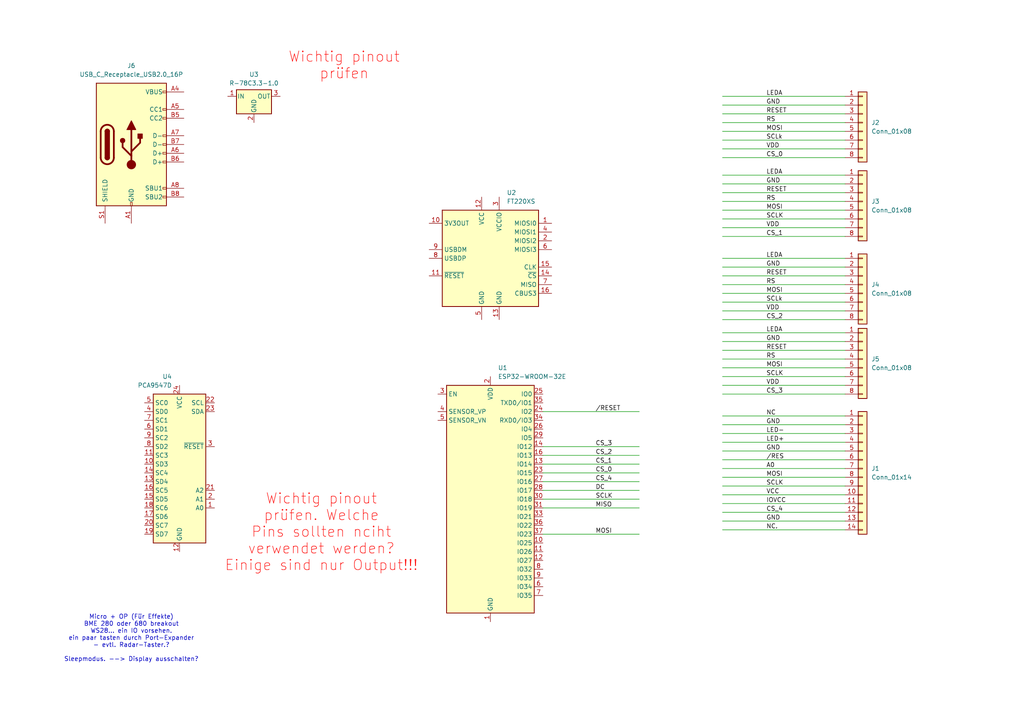
<source format=kicad_sch>
(kicad_sch (version 20231120) (generator "eeschema") (generator_version "8.0")
  (paper "A4")
  (lib_symbols
    (symbol "Connector:USB_C_Receptacle_USB2.0_16P" (pin_names (offset 1.016))
      (property "Reference" "J" (at 0 22.225 0))
      (property "Value" "USB_C_Receptacle_USB2.0_16P" (at 0 19.685 0))
      (symbol "USB_C_Receptacle_USB2.0_16P_0_0"
        (rectangle (start -0.254 -17.78) (end 0.254 -16.764))
        (rectangle (start 10.16 -14.986) (end 9.144 -15.494))
        (rectangle (start 10.16 -12.446) (end 9.144 -12.954))
        (rectangle (start 10.16 -4.826) (end 9.144 -5.334))
        (rectangle (start 10.16 -2.286) (end 9.144 -2.794))
        (rectangle (start 10.16 0.254) (end 9.144 -0.254))
        (rectangle (start 10.16 2.794) (end 9.144 2.286))
        (rectangle (start 10.16 7.874) (end 9.144 7.366))
        (rectangle (start 10.16 10.414) (end 9.144 9.906))
        (rectangle (start 10.16 15.494) (end 9.144 14.986))
      )
      (symbol "USB_C_Receptacle_USB2.0_16P_0_1"
        (rectangle (start -10.16 17.78) (end 10.16 -17.78) (stroke (width 0.254)) (fill (type background)))
        (arc (start -8.89 -3.81) (mid -6.985 -5.7067) (end -5.08 -3.81) (stroke (width 0.508)))
        (arc (start -7.62 -3.81) (mid -6.985 -4.4423) (end -6.35 -3.81) (stroke (width 0.254)))
        (arc (start -7.62 -3.81) (mid -6.985 -4.4423) (end -6.35 -3.81) (stroke (width 0.254)) (fill (type outline)))
        (rectangle (start -7.62 -3.81) (end -6.35 3.81) (stroke (width 0.254)) (fill (type outline)))
        (arc (start -6.35 3.81) (mid -6.985 4.4423) (end -7.62 3.81) (stroke (width 0.254)))
        (arc (start -6.35 3.81) (mid -6.985 4.4423) (end -7.62 3.81) (stroke (width 0.254)) (fill (type outline)))
        (arc (start -5.08 3.81) (mid -6.985 5.7067) (end -8.89 3.81) (stroke (width 0.508)))
        (circle (center -2.54 1.143) (radius 0.635) (stroke (width 0.254)) (fill (type outline)))
        (circle (center 0 -5.842) (radius 1.27) (fill (type outline)))
        (polyline (pts (xy -8.89 -3.81) (xy -8.89 3.81)) (stroke (width 0.508)))
        (polyline (pts (xy -5.08 3.81) (xy -5.08 -3.81)) (stroke (width 0.508)))
        (polyline (pts (xy 0 -5.842) (xy 0 4.318)) (stroke (width 0.508)))
        (polyline (pts (xy 0 -3.302) (xy -2.54 -0.762) (xy -2.54 0.508)) (stroke (width 0.508)))
        (polyline (pts (xy 0 -2.032) (xy 2.54 0.508) (xy 2.54 1.778)) (stroke (width 0.508)))
        (polyline (pts (xy -1.27 4.318) (xy 0 6.858) (xy 1.27 4.318) (xy -1.27 4.318)) (stroke (width 0.254)) (fill (type outline)))
        (rectangle (start 1.905 1.778) (end 3.175 3.048) (stroke (width 0.254)) (fill (type outline)))
      )
      (symbol "USB_C_Receptacle_USB2.0_16P_1_1"
        (pin passive line (at 0 -22.86 90) (length 5.08) (name "GND") (number "A1"))
        (pin passive line (at 0 -22.86 90) (length 5.08) hide (name "GND") (number "A12"))
        (pin passive line (at 15.24 15.24 180) (length 5.08) (name "VBUS") (number "A4"))
        (pin bidirectional line (at 15.24 10.16 180) (length 5.08) (name "CC1") (number "A5"))
        (pin bidirectional line (at 15.24 -2.54 180) (length 5.08) (name "D+") (number "A6"))
        (pin bidirectional line (at 15.24 2.54 180) (length 5.08) (name "D-") (number "A7"))
        (pin bidirectional line (at 15.24 -12.7 180) (length 5.08) (name "SBU1") (number "A8"))
        (pin passive line (at 15.24 15.24 180) (length 5.08) hide (name "VBUS") (number "A9"))
        (pin passive line (at 0 -22.86 90) (length 5.08) hide (name "GND") (number "B1"))
        (pin passive line (at 0 -22.86 90) (length 5.08) hide (name "GND") (number "B12"))
        (pin passive line (at 15.24 15.24 180) (length 5.08) hide (name "VBUS") (number "B4"))
        (pin bidirectional line (at 15.24 7.62 180) (length 5.08) (name "CC2") (number "B5"))
        (pin bidirectional line (at 15.24 -5.08 180) (length 5.08) (name "D+") (number "B6"))
        (pin bidirectional line (at 15.24 0 180) (length 5.08) (name "D-") (number "B7"))
        (pin bidirectional line (at 15.24 -15.24 180) (length 5.08) (name "SBU2") (number "B8"))
        (pin passive line (at 15.24 15.24 180) (length 5.08) hide (name "VBUS") (number "B9"))
        (pin passive line (at -7.62 -22.86 90) (length 5.08) (name "SHIELD") (number "S1"))
      )
    )
    (symbol "Connector_Generic:Conn_01x08" (pin_names (offset 1.016) hide)
      (property "Reference" "J" (at 0 10.16 0))
      (property "Value" "Conn_01x08" (at 0 -12.7 0))
      (symbol "Conn_01x08_1_1"
        (rectangle (start -1.27 -10.033) (end 0 -10.287) (stroke (width 0.1524)))
        (rectangle (start -1.27 -7.493) (end 0 -7.747) (stroke (width 0.1524)))
        (rectangle (start -1.27 -4.953) (end 0 -5.207) (stroke (width 0.1524)))
        (rectangle (start -1.27 -2.413) (end 0 -2.667) (stroke (width 0.1524)))
        (rectangle (start -1.27 0.127) (end 0 -0.127) (stroke (width 0.1524)))
        (rectangle (start -1.27 2.667) (end 0 2.413) (stroke (width 0.1524)))
        (rectangle (start -1.27 5.207) (end 0 4.953) (stroke (width 0.1524)))
        (rectangle (start -1.27 7.747) (end 0 7.493) (stroke (width 0.1524)))
        (rectangle (start -1.27 8.89) (end 1.27 -11.43) (stroke (width 0.254)) (fill (type background)))
        (pin passive line (at -5.08 7.62 0) (length 3.81) (name "Pin_1") (number "1"))
        (pin passive line (at -5.08 5.08 0) (length 3.81) (name "Pin_2") (number "2"))
        (pin passive line (at -5.08 2.54 0) (length 3.81) (name "Pin_3") (number "3"))
        (pin passive line (at -5.08 0 0) (length 3.81) (name "Pin_4") (number "4"))
        (pin passive line (at -5.08 -2.54 0) (length 3.81) (name "Pin_5") (number "5"))
        (pin passive line (at -5.08 -5.08 0) (length 3.81) (name "Pin_6") (number "6"))
        (pin passive line (at -5.08 -7.62 0) (length 3.81) (name "Pin_7") (number "7"))
        (pin passive line (at -5.08 -10.16 0) (length 3.81) (name "Pin_8") (number "8"))
      )
    )
    (symbol "Connector_Generic:Conn_01x14" (pin_names (offset 1.016) hide)
      (property "Reference" "J" (at 0 17.78 0))
      (property "Value" "Conn_01x14" (at 0 -20.32 0))
      (symbol "Conn_01x14_1_1"
        (rectangle (start -1.27 -17.653) (end 0 -17.907) (stroke (width 0.1524)))
        (rectangle (start -1.27 -15.113) (end 0 -15.367) (stroke (width 0.1524)))
        (rectangle (start -1.27 -12.573) (end 0 -12.827) (stroke (width 0.1524)))
        (rectangle (start -1.27 -10.033) (end 0 -10.287) (stroke (width 0.1524)))
        (rectangle (start -1.27 -7.493) (end 0 -7.747) (stroke (width 0.1524)))
        (rectangle (start -1.27 -4.953) (end 0 -5.207) (stroke (width 0.1524)))
        (rectangle (start -1.27 -2.413) (end 0 -2.667) (stroke (width 0.1524)))
        (rectangle (start -1.27 0.127) (end 0 -0.127) (stroke (width 0.1524)))
        (rectangle (start -1.27 2.667) (end 0 2.413) (stroke (width 0.1524)))
        (rectangle (start -1.27 5.207) (end 0 4.953) (stroke (width 0.1524)))
        (rectangle (start -1.27 7.747) (end 0 7.493) (stroke (width 0.1524)))
        (rectangle (start -1.27 10.287) (end 0 10.033) (stroke (width 0.1524)))
        (rectangle (start -1.27 12.827) (end 0 12.573) (stroke (width 0.1524)))
        (rectangle (start -1.27 15.367) (end 0 15.113) (stroke (width 0.1524)))
        (rectangle (start -1.27 16.51) (end 1.27 -19.05) (stroke (width 0.254)) (fill (type background)))
        (pin passive line (at -5.08 15.24 0) (length 3.81) (name "Pin_1") (number "1"))
        (pin passive line (at -5.08 -7.62 0) (length 3.81) (name "Pin_10") (number "10"))
        (pin passive line (at -5.08 -10.16 0) (length 3.81) (name "Pin_11") (number "11"))
        (pin passive line (at -5.08 -12.7 0) (length 3.81) (name "Pin_12") (number "12"))
        (pin passive line (at -5.08 -15.24 0) (length 3.81) (name "Pin_13") (number "13"))
        (pin passive line (at -5.08 -17.78 0) (length 3.81) (name "Pin_14") (number "14"))
        (pin passive line (at -5.08 12.7 0) (length 3.81) (name "Pin_2") (number "2"))
        (pin passive line (at -5.08 10.16 0) (length 3.81) (name "Pin_3") (number "3"))
        (pin passive line (at -5.08 7.62 0) (length 3.81) (name "Pin_4") (number "4"))
        (pin passive line (at -5.08 5.08 0) (length 3.81) (name "Pin_5") (number "5"))
        (pin passive line (at -5.08 2.54 0) (length 3.81) (name "Pin_6") (number "6"))
        (pin passive line (at -5.08 0 0) (length 3.81) (name "Pin_7") (number "7"))
        (pin passive line (at -5.08 -2.54 0) (length 3.81) (name "Pin_8") (number "8"))
        (pin passive line (at -5.08 -5.08 0) (length 3.81) (name "Pin_9") (number "9"))
      )
    )
    (symbol "Interface_Expansion:PCA9547D"
      (property "Reference" "U" (at -7.62 21.59 0))
      (property "Value" "PCA9547D" (at 1.016 21.59 0))
      (symbol "PCA9547D_0_1"
        (rectangle (start -7.62 20.32) (end 7.62 -22.86) (stroke (width 0.254)) (fill (type background)))
      )
      (symbol "PCA9547D_1_1"
        (pin input line (at -10.16 -12.7 0) (length 2.54) (name "A0") (number "1"))
        (pin bidirectional line (at 10.16 0 180) (length 2.54) (name "SD3") (number "10"))
        (pin output line (at 10.16 2.54 180) (length 2.54) (name "SC3") (number "11"))
        (pin power_in line (at 0 -25.4 90) (length 2.54) (name "GND") (number "12"))
        (pin bidirectional line (at 10.16 -5.08 180) (length 2.54) (name "SD4") (number "13"))
        (pin output line (at 10.16 -2.54 180) (length 2.54) (name "SC4") (number "14"))
        (pin bidirectional line (at 10.16 -10.16 180) (length 2.54) (name "SD5") (number "15"))
        (pin output line (at 10.16 -7.62 180) (length 2.54) (name "SC5") (number "16"))
        (pin bidirectional line (at 10.16 -15.24 180) (length 2.54) (name "SD6") (number "17"))
        (pin output line (at 10.16 -12.7 180) (length 2.54) (name "SC6") (number "18"))
        (pin bidirectional line (at 10.16 -20.32 180) (length 2.54) (name "SD7") (number "19"))
        (pin input line (at -10.16 -10.16 0) (length 2.54) (name "A1") (number "2"))
        (pin output line (at 10.16 -17.78 180) (length 2.54) (name "SC7") (number "20"))
        (pin input line (at -10.16 -7.62 0) (length 2.54) (name "A2") (number "21"))
        (pin input line (at -10.16 17.78 0) (length 2.54) (name "SCL") (number "22"))
        (pin bidirectional line (at -10.16 15.24 0) (length 2.54) (name "SDA") (number "23"))
        (pin power_in line (at 0 22.86 270) (length 2.54) (name "VCC") (number "24"))
        (pin input line (at -10.16 5.08 0) (length 2.54) (name "~{RESET}") (number "3"))
        (pin bidirectional line (at 10.16 15.24 180) (length 2.54) (name "SD0") (number "4"))
        (pin output line (at 10.16 17.78 180) (length 2.54) (name "SC0") (number "5"))
        (pin bidirectional line (at 10.16 10.16 180) (length 2.54) (name "SD1") (number "6"))
        (pin output line (at 10.16 12.7 180) (length 2.54) (name "SC1") (number "7"))
        (pin bidirectional line (at 10.16 5.08 180) (length 2.54) (name "SD2") (number "8"))
        (pin output line (at 10.16 7.62 180) (length 2.54) (name "SC2") (number "9"))
      )
    )
    (symbol "Interface_USB:FT220XS"
      (property "Reference" "U" (at -13.97 15.24 0))
      (property "Value" "FT220XS" (at 7.62 15.24 0))
      (symbol "FT220XS_0_1"
        (rectangle (start -13.97 13.97) (end 13.97 -13.97) (stroke (width 0.254)) (fill (type background)))
      )
      (symbol "FT220XS_1_1"
        (pin input line (at 17.78 10.16 180) (length 3.81) (name "MIOSI0") (number "1"))
        (pin power_out line (at -17.78 10.16 0) (length 3.81) (name "3V3OUT") (number "10"))
        (pin input line (at -17.78 -5.08 0) (length 3.81) (name "~{RESET}") (number "11"))
        (pin power_in line (at -2.54 17.78 270) (length 3.81) (name "VCC") (number "12"))
        (pin power_in line (at 2.54 -17.78 90) (length 3.81) (name "GND") (number "13"))
        (pin input line (at 17.78 -5.08 180) (length 3.81) (name "~{CS}") (number "14"))
        (pin input line (at 17.78 -2.54 180) (length 3.81) (name "CLK") (number "15"))
        (pin bidirectional line (at 17.78 -10.16 180) (length 3.81) (name "CBUS3") (number "16"))
        (pin input line (at 17.78 5.08 180) (length 3.81) (name "MIOSI2") (number "2"))
        (pin power_in line (at 2.54 17.78 270) (length 3.81) (name "VCCIO") (number "3"))
        (pin input line (at 17.78 7.62 180) (length 3.81) (name "MIOSI1") (number "4"))
        (pin power_in line (at -2.54 -17.78 90) (length 3.81) (name "GND") (number "5"))
        (pin input line (at 17.78 2.54 180) (length 3.81) (name "MIOSI3") (number "6"))
        (pin input line (at 17.78 -7.62 180) (length 3.81) (name "MISO") (number "7"))
        (pin bidirectional line (at -17.78 0 0) (length 3.81) (name "USBDP") (number "8"))
        (pin bidirectional line (at -17.78 2.54 0) (length 3.81) (name "USBDM") (number "9"))
      )
    )
    (symbol "RF_Module:ESP32-WROOM-32E"
      (property "Reference" "U" (at -12.7 34.29 0))
      (property "Value" "ESP32-WROOM-32E" (at 1.27 34.29 0))
      (symbol "ESP32-WROOM-32E_0_1"
        (rectangle (start -12.7 33.02) (end 12.7 -33.02) (stroke (width 0.254)) (fill (type background)))
      )
      (symbol "ESP32-WROOM-32E_1_1"
        (pin power_in line (at 0 -35.56 90) (length 2.54) (name "GND") (number "1"))
        (pin bidirectional line (at 15.24 -12.7 180) (length 2.54) (name "IO25") (number "10"))
        (pin bidirectional line (at 15.24 -15.24 180) (length 2.54) (name "IO26") (number "11"))
        (pin bidirectional line (at 15.24 -17.78 180) (length 2.54) (name "IO27") (number "12"))
        (pin bidirectional line (at 15.24 10.16 180) (length 2.54) (name "IO14") (number "13"))
        (pin bidirectional line (at 15.24 15.24 180) (length 2.54) (name "IO12") (number "14"))
        (pin passive line (at 0 -35.56 90) (length 2.54) hide (name "GND") (number "15"))
        (pin bidirectional line (at 15.24 12.7 180) (length 2.54) (name "IO13") (number "16"))
        (pin no_connect line (at -12.7 -5.08 0) (length 2.54) hide (name "NC") (number "17"))
        (pin no_connect line (at -12.7 -7.62 0) (length 2.54) hide (name "NC") (number "18"))
        (pin no_connect line (at -12.7 -12.7 0) (length 2.54) hide (name "NC") (number "19"))
        (pin power_in line (at 0 35.56 270) (length 2.54) (name "VDD") (number "2"))
        (pin no_connect line (at -12.7 -10.16 0) (length 2.54) hide (name "NC") (number "20"))
        (pin no_connect line (at -12.7 0 0) (length 2.54) hide (name "NC") (number "21"))
        (pin no_connect line (at -12.7 -2.54 0) (length 2.54) hide (name "NC") (number "22"))
        (pin bidirectional line (at 15.24 7.62 180) (length 2.54) (name "IO15") (number "23"))
        (pin bidirectional line (at 15.24 25.4 180) (length 2.54) (name "IO2") (number "24"))
        (pin bidirectional line (at 15.24 30.48 180) (length 2.54) (name "IO0") (number "25"))
        (pin bidirectional line (at 15.24 20.32 180) (length 2.54) (name "IO4") (number "26"))
        (pin bidirectional line (at 15.24 5.08 180) (length 2.54) (name "IO16") (number "27"))
        (pin bidirectional line (at 15.24 2.54 180) (length 2.54) (name "IO17") (number "28"))
        (pin bidirectional line (at 15.24 17.78 180) (length 2.54) (name "IO5") (number "29"))
        (pin input line (at -15.24 30.48 0) (length 2.54) (name "EN") (number "3"))
        (pin bidirectional line (at 15.24 0 180) (length 2.54) (name "IO18") (number "30"))
        (pin bidirectional line (at 15.24 -2.54 180) (length 2.54) (name "IO19") (number "31"))
        (pin no_connect line (at -12.7 -27.94 0) (length 2.54) hide (name "NC") (number "32"))
        (pin bidirectional line (at 15.24 -5.08 180) (length 2.54) (name "IO21") (number "33"))
        (pin bidirectional line (at 15.24 22.86 180) (length 2.54) (name "RXD0/IO3") (number "34"))
        (pin bidirectional line (at 15.24 27.94 180) (length 2.54) (name "TXD0/IO1") (number "35"))
        (pin bidirectional line (at 15.24 -7.62 180) (length 2.54) (name "IO22") (number "36"))
        (pin bidirectional line (at 15.24 -10.16 180) (length 2.54) (name "IO23") (number "37"))
        (pin passive line (at 0 -35.56 90) (length 2.54) hide (name "GND") (number "38"))
        (pin passive line (at 0 -35.56 90) (length 2.54) hide (name "GND") (number "39"))
        (pin input line (at -15.24 25.4 0) (length 2.54) (name "SENSOR_VP") (number "4"))
        (pin input line (at -15.24 22.86 0) (length 2.54) (name "SENSOR_VN") (number "5"))
        (pin input line (at 15.24 -25.4 180) (length 2.54) (name "IO34") (number "6"))
        (pin input line (at 15.24 -27.94 180) (length 2.54) (name "IO35") (number "7"))
        (pin bidirectional line (at 15.24 -20.32 180) (length 2.54) (name "IO32") (number "8"))
        (pin bidirectional line (at 15.24 -22.86 180) (length 2.54) (name "IO33") (number "9"))
      )
    )
    (symbol "Regulator_Switching:R-78C3.3-1.0" (pin_names (offset 0.254))
      (property "Reference" "U" (at -3.81 3.175 0))
      (property "Value" "R-78C3.3-1.0" (at 0 3.175 0))
      (symbol "R-78C3.3-1.0_0_1"
        (rectangle (start -5.08 1.905) (end 5.08 -5.08) (stroke (width 0.254)) (fill (type background)))
      )
      (symbol "R-78C3.3-1.0_1_1"
        (pin power_in line (at -7.62 0 0) (length 2.54) (name "IN") (number "1"))
        (pin power_in line (at 0 -7.62 90) (length 2.54) (name "GND") (number "2"))
        (pin power_out line (at 7.62 0 180) (length 2.54) (name "OUT") (number "3"))
      )
    )
  )
  (wire (pts (xy 245.11 111.76) (xy 209.55 111.76)))
  (wire (pts (xy 245.11 43.18) (xy 209.55 43.18)))
  (wire (pts (xy 245.11 99.06) (xy 209.55 99.06)))
  (wire (pts (xy 245.11 82.55) (xy 209.55 82.55)))
  (wire (pts (xy 209.55 153.67) (xy 245.11 153.67)))
  (wire (pts (xy 157.48 139.7) (xy 185.42 139.7)))
  (wire (pts (xy 245.11 92.71) (xy 209.55 92.71)))
  (wire (pts (xy 245.11 125.73) (xy 209.55 125.73)))
  (wire (pts (xy 157.48 144.78) (xy 185.42 144.78)))
  (wire (pts (xy 245.11 40.64) (xy 209.55 40.64)))
  (wire (pts (xy 209.55 146.05) (xy 245.11 146.05)))
  (wire (pts (xy 245.11 85.09) (xy 209.55 85.09)))
  (wire (pts (xy 245.11 120.65) (xy 209.55 120.65)))
  (wire (pts (xy 245.11 30.48) (xy 209.55 30.48)))
  (wire (pts (xy 245.11 104.14) (xy 209.55 104.14)))
  (wire (pts (xy 157.48 142.24) (xy 185.42 142.24)))
  (wire (pts (xy 245.11 90.17) (xy 209.55 90.17)))
  (wire (pts (xy 245.11 87.63) (xy 209.55 87.63)))
  (wire (pts (xy 245.11 128.27) (xy 209.55 128.27)))
  (wire (pts (xy 157.48 132.08) (xy 185.42 132.08)))
  (wire (pts (xy 245.11 27.94) (xy 209.55 27.94)))
  (wire (pts (xy 245.11 35.56) (xy 209.55 35.56)))
  (wire (pts (xy 245.11 68.58) (xy 209.55 68.58)))
  (wire (pts (xy 245.11 109.22) (xy 209.55 109.22)))
  (wire (pts (xy 245.11 96.52) (xy 209.55 96.52)))
  (wire (pts (xy 245.11 55.88) (xy 209.55 55.88)))
  (wire (pts (xy 209.55 143.51) (xy 245.11 143.51)))
  (wire (pts (xy 245.11 123.19) (xy 209.55 123.19)))
  (wire (pts (xy 157.48 147.32) (xy 185.42 147.32)))
  (wire (pts (xy 245.11 74.93) (xy 209.55 74.93)))
  (wire (pts (xy 245.11 77.47) (xy 209.55 77.47)))
  (wire (pts (xy 157.48 134.62) (xy 185.42 134.62)))
  (wire (pts (xy 245.11 33.02) (xy 209.55 33.02)))
  (wire (pts (xy 245.11 138.43) (xy 209.55 138.43)))
  (wire (pts (xy 245.11 45.72) (xy 209.55 45.72)))
  (wire (pts (xy 245.11 63.5) (xy 209.55 63.5)))
  (wire (pts (xy 245.11 106.68) (xy 209.55 106.68)))
  (wire (pts (xy 245.11 66.04) (xy 209.55 66.04)))
  (wire (pts (xy 209.55 140.97) (xy 245.11 140.97)))
  (wire (pts (xy 245.11 53.34) (xy 209.55 53.34)))
  (wire (pts (xy 245.11 60.96) (xy 209.55 60.96)))
  (wire (pts (xy 157.48 119.38) (xy 185.42 119.38)))
  (wire (pts (xy 209.55 148.59) (xy 245.11 148.59)))
  (wire (pts (xy 245.11 101.6) (xy 209.55 101.6)))
  (wire (pts (xy 245.11 50.8) (xy 209.55 50.8)))
  (wire (pts (xy 245.11 133.35) (xy 209.55 133.35)))
  (wire (pts (xy 157.48 154.94) (xy 185.42 154.94)))
  (wire (pts (xy 209.55 151.13) (xy 245.11 151.13)))
  (wire (pts (xy 245.11 38.1) (xy 209.55 38.1)))
  (wire (pts (xy 245.11 114.3) (xy 209.55 114.3)))
  (wire (pts (xy 157.48 129.54) (xy 185.42 129.54)))
  (wire (pts (xy 245.11 130.81) (xy 209.55 130.81)))
  (wire (pts (xy 245.11 80.01) (xy 209.55 80.01)))
  (wire (pts (xy 245.11 135.89) (xy 209.55 135.89)))
  (wire (pts (xy 245.11 58.42) (xy 209.55 58.42)))
  (wire (pts (xy 157.48 137.16) (xy 185.42 137.16)))
  (text "Wichtig pinout\nprüfen" (at 99.822 19.05 0) (effects (font (size 3 3))))
  (text "Wichtig pinout\nprüfen. Welche\nPins sollten nciht\nverwendet werden?\nEinige sind nur Output!!!" (at 93.218 154.432 0) (effects (font (size 3 3))))
  (text "Micro + OP (Für Effekte)\nBME 280 oder 680 breakout\nWS28... ein IO vorsehen.\nein paar tasten durch Port-Expander\n- evtl. Radar-Taster.?\n\nSleepmodus. --> Display ausschalten?\n" (at 38.1 185.166 0) (effects (font (size 1.27 1.27))))
  (label "NC." (at 222.25 153.67 0))
  (label "{slash}RES" (at 222.25 133.35 0))
  (label "RESET" (at 222.25 55.88 0))
  (label "SCLK" (at 222.25 63.5 0))
  (label "RS" (at 222.25 104.14 0))
  (label "RS" (at 222.25 35.56 0))
  (label "SCLK" (at 222.25 109.22 0))
  (label "LEDA" (at 222.25 96.52 0))
  (label "MOSI" (at 222.25 138.43 0))
  (label "CS_0" (at 222.25 45.72 0))
  (label "SCLK" (at 222.25 140.97 0))
  (label "VDD" (at 222.25 43.18 0))
  (label "VDD" (at 222.25 90.17 0))
  (label "CS_4" (at 172.72 139.7 0))
  (label "MOSI" (at 222.25 85.09 0))
  (label "LED-" (at 222.25 125.73 0))
  (label "GND" (at 222.25 77.47 0))
  (label "MISO" (at 172.72 147.32 0))
  (label "RS" (at 222.25 58.42 0))
  (label "GND" (at 222.25 151.13 0))
  (label "CS_2" (at 172.72 132.08 0))
  (label "SCLk" (at 222.25 40.64 0))
  (label "LED+" (at 222.25 128.27 0))
  (label "CS_3" (at 172.72 129.54 0))
  (label "RS" (at 222.25 82.55 0))
  (label "MOSI" (at 222.25 38.1 0))
  (label "LEDA" (at 222.25 74.93 0))
  (label "VDD" (at 222.25 66.04 0))
  (label "RESET" (at 222.25 101.6 0))
  (label "MOSI" (at 172.72 154.94 0))
  (label "LEDA" (at 222.25 50.8 0))
  (label "VDD" (at 222.25 111.76 0))
  (label "MOSI" (at 222.25 60.96 0))
  (label "LEDA" (at 222.25 27.94 0))
  (label "GND" (at 222.25 99.06 0))
  (label "CS_2" (at 222.25 92.71 0))
  (label "GND" (at 222.25 30.48 0))
  (label "CS_4" (at 222.25 148.59 0))
  (label "CS_1" (at 172.72 134.62 0))
  (label "NC" (at 222.25 120.65 0))
  (label "IOVCC" (at 222.25 146.05 0))
  (label "CS_3" (at 222.25 114.3 0))
  (label "RESET" (at 222.25 33.02 0))
  (label "SCLk" (at 222.25 87.63 0))
  (label "{slash}RESET" (at 172.72 119.38 0))
  (label "VCC" (at 222.25 143.51 0))
  (label "MOSI" (at 222.25 106.68 0))
  (label "RESET" (at 222.25 80.01 0))
  (label "CS_1" (at 222.25 68.58 0))
  (label "A0" (at 222.25 135.89 0))
  (label "GND" (at 222.25 123.19 0))
  (label "CS_0" (at 172.72 137.16 0))
  (label "SCLK" (at 172.72 144.78 0))
  (label "GND" (at 222.25 130.81 0))
  (label "GND" (at 222.25 53.34 0))
  (label "DC" (at 172.72 142.24 0))
  (symbol (lib_id "Regulator_Switching:R-78C3.3-1.0") (at 73.66 27.94 0) (unit 1)
    (property "Reference" "U3" (at 73.66 21.59 0))
    (property "Value" "R-78C3.3-1.0" (at 73.66 24.13 0))
    (property "Footprint" "Converter_DCDC:Converter_DCDC_RECOM_R-78E-0.5_THT" (effects (hide yes)))
    (property "Datasheet" "https://www.recom-power.com/pdf/Innoline/R-78Cxx-1.0.pdf" (effects (hide yes)))
    (property "Description" "1A Step-Down DC/DC-Regulator, 6-42V input, 3.3V fixed Output Voltage, LM78xx replacement, -40°C to +85°C, SIP3" (effects (hide yes)))
  )
  (symbol (lib_id "Connector_Generic:Conn_01x08") (at 250.19 35.56 0) (unit 1)
    (property "Reference" "J2" (at 252.73 35.5599 0) (effects (justify left)))
    (property "Value" "Conn_01x08" (at 252.73 38.0999 0) (effects (justify left)))
    (property "Footprint" "Connector_PinHeader_1.27mm:PinHeader_1x08_P1.27mm_Vertical" (effects (hide yes)))
    (property "Description" "Generic connector, single row, 01x08, script generated (kicad-library-utils/schlib/autogen/connector/)" (effects (hide yes)))
  )
  (symbol (lib_id "Connector_Generic:Conn_01x08") (at 250.19 58.42 0) (unit 1)
    (property "Reference" "J3" (at 252.73 58.4199 0) (effects (justify left)))
    (property "Value" "Conn_01x08" (at 252.73 60.9599 0) (effects (justify left)))
    (property "Footprint" "Connector_PinHeader_1.27mm:PinHeader_1x08_P1.27mm_Vertical" (effects (hide yes)))
    (property "Description" "Generic connector, single row, 01x08, script generated (kicad-library-utils/schlib/autogen/connector/)" (effects (hide yes)))
  )
  (symbol (lib_id "Connector_Generic:Conn_01x08") (at 250.19 82.55 0) (unit 1)
    (property "Reference" "J4" (at 252.73 82.5499 0) (effects (justify left)))
    (property "Value" "Conn_01x08" (at 252.73 85.0899 0) (effects (justify left)))
    (property "Footprint" "Connector_PinHeader_1.27mm:PinHeader_1x08_P1.27mm_Vertical" (effects (hide yes)))
    (property "Description" "Generic connector, single row, 01x08, script generated (kicad-library-utils/schlib/autogen/connector/)" (effects (hide yes)))
  )
  (symbol (lib_id "Interface_Expansion:PCA9547D") (at 52.07 134.62 0) (mirror y) (unit 1)
    (property "Reference" "U4" (at 49.8759 109.22 0) (effects (justify left)))
    (property "Value" "PCA9547D" (at 49.8759 111.76 0) (effects (justify left)))
    (property "Footprint" "Package_SO:SOIC-24W_7.5x15.4mm_P1.27mm" (effects (hide yes)))
    (property "Datasheet" "https://www.nxp.com/docs/en/data-sheet/PCA9547.pdf" (effects (hide yes)))
    (property "Description" "Low voltage 8-channel I2C switch with reset, SO-24" (effects (hide yes)))
  )
  (symbol (lib_id "Interface_USB:FT220XS") (at 142.24 74.93 0) (unit 1)
    (property "Reference" "U2" (at 146.9741 55.88 0) (effects (justify left)))
    (property "Value" "FT220XS" (at 146.9741 58.42 0) (effects (justify left)))
    (property "Footprint" "Package_QFP:LQFP-48_7x7mm_P0.5mm" (effects (hide yes)))
    (property "Datasheet" "https://www.ftdichip.com/Support/Documents/DataSheets/ICs/DS_FT220X.pdf" (effects (hide yes)))
    (property "Description" "Full Speed USB to 4-Bit SPI / FT1248 Bridge, SSOP-16" (effects (hide yes)))
  )
  (symbol (lib_id "Connector:USB_C_Receptacle_USB2.0_16P") (at 38.1 41.91 0) (unit 1)
    (property "Reference" "J6" (at 38.1 19.05 0))
    (property "Value" "USB_C_Receptacle_USB2.0_16P" (at 38.1 21.59 0))
    (property "Footprint" "Connector_USB:USB_C_Receptacle_G-Switch_GT-USB-7010ASV" (effects (hide yes)))
    (property "Datasheet" "https://www.usb.org/sites/default/files/documents/usb_type-c.zip" (effects (hide yes)))
    (property "Description" "USB 2.0-only 16P Type-C Receptacle connector" (effects (hide yes)))
  )
  (symbol (lib_id "Connector_Generic:Conn_01x08") (at 250.19 104.14 0) (unit 1)
    (property "Reference" "J5" (at 252.73 104.1399 0) (effects (justify left)))
    (property "Value" "Conn_01x08" (at 252.73 106.6799 0) (effects (justify left)))
    (property "Footprint" "Connector_PinHeader_1.27mm:PinHeader_1x08_P1.27mm_Vertical" (effects (hide yes)))
    (property "Description" "Generic connector, single row, 01x08, script generated (kicad-library-utils/schlib/autogen/connector/)" (effects (hide yes)))
  )
  (symbol (lib_id "RF_Module:ESP32-WROOM-32E") (at 142.24 144.78 0) (unit 1)
    (property "Reference" "U1" (at 144.4341 106.68 0) (effects (justify left)))
    (property "Value" "ESP32-WROOM-32E" (at 144.4341 109.22 0) (effects (justify left)))
    (property "Footprint" "RF_Module:ESP32-WROOM-32D" (effects (hide yes)))
    (property "Datasheet" "https://www.espressif.com/sites/default/files/documentation/esp32-wroom-32e_esp32-wroom-32ue_datasheet_en.pdf" (effects (hide yes)))
    (property "Description" "RF Module, ESP32-D0WD-V3 SoC, without PSRAM, Wi-Fi 802.11b/g/n, Bluetooth, BLE, 32-bit, 2.7-3.6V, onboard antenna, SMD" (effects (hide yes)))
  )
  (symbol (lib_id "Connector_Generic:Conn_01x14") (at 250.19 135.89 0) (unit 1)
    (property "Reference" "J1" (at 252.73 135.8899 0) (effects (justify left)))
    (property "Value" "Conn_01x14" (at 252.73 138.4299 0) (effects (justify left)))
    (property "Footprint" "Connector_PinHeader_1.27mm:PinHeader_1x14_P1.27mm_Vertical" (effects (hide yes)))
    (property "Description" "Generic connector, single row, 01x14, script generated (kicad-library-utils/schlib/autogen/connector/)" (effects (hide yes)))
  )
)
</source>
